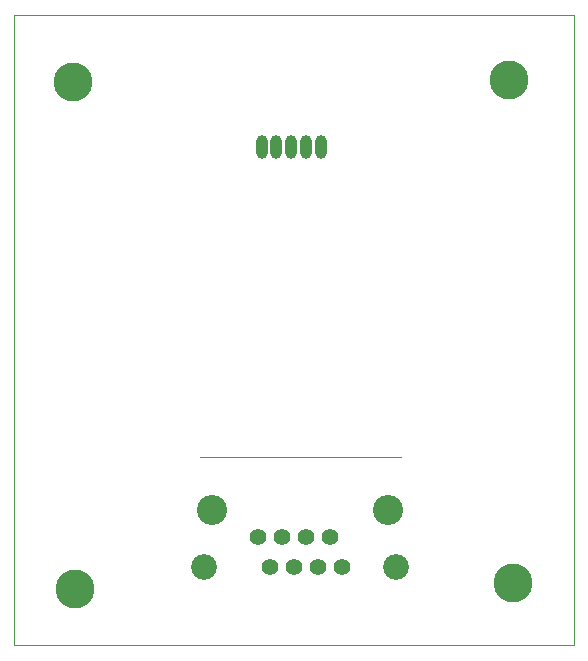
<source format=gbl>
G04*
G04 #@! TF.GenerationSoftware,Altium Limited,Altium Designer,18.0.12 (696)*
G04*
G04 Layer_Physical_Order=2*
G04 Layer_Color=16711680*
%FSLAX44Y44*%
%MOMM*%
G71*
G01*
G75*
%ADD11C,0.0000*%
%ADD12C,3.3000*%
%ADD13C,2.5499*%
%ADD14C,2.1844*%
%ADD15C,1.4224*%
%ADD16O,1.0081X2.0163*%
D11*
X411079Y413499D02*
X581721D01*
X254000Y254000D02*
Y787301D01*
X728200D01*
Y254000D02*
Y787301D01*
X254000Y254000D02*
X728200D01*
D12*
X305399Y301300D02*
D03*
X676321Y306890D02*
D03*
X304137Y731012D02*
D03*
X672765Y732630D02*
D03*
D13*
X570799Y368300D02*
D03*
X422001D02*
D03*
D14*
X577649Y319900D02*
D03*
X415150D02*
D03*
D15*
X532099D02*
D03*
X521899Y345300D02*
D03*
X511701Y319900D02*
D03*
X501500Y345300D02*
D03*
X491300Y319900D02*
D03*
X481099Y345300D02*
D03*
X470901Y319900D02*
D03*
X460700Y345300D02*
D03*
D16*
X463685Y676021D02*
D03*
X476186D02*
D03*
X488686D02*
D03*
X501185D02*
D03*
X513687D02*
D03*
M02*

</source>
